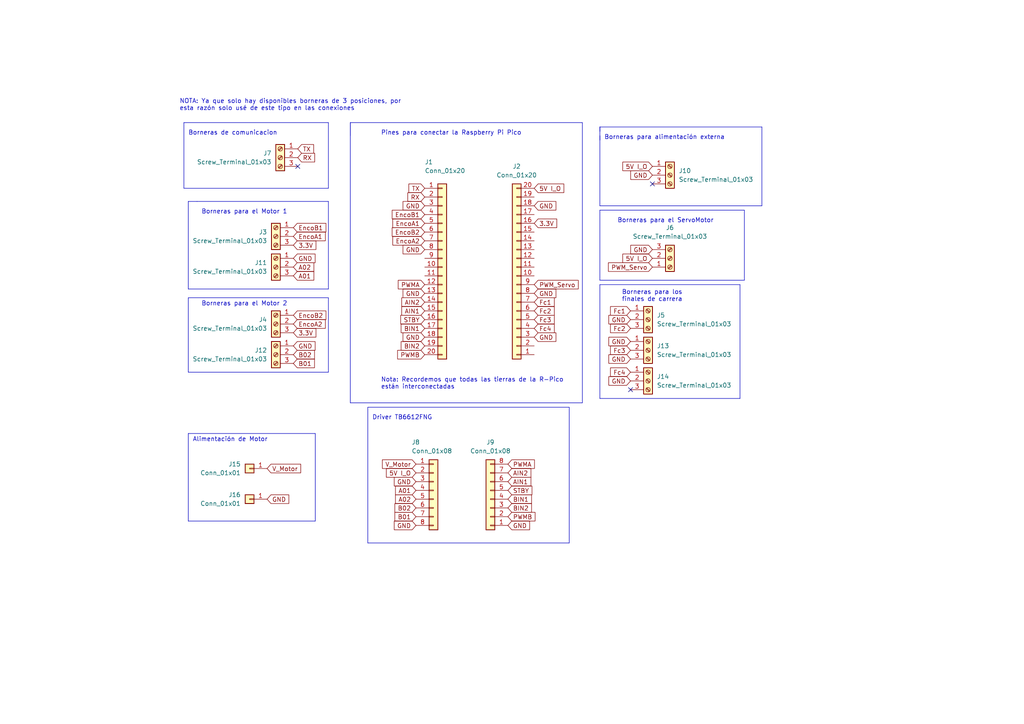
<source format=kicad_sch>
(kicad_sch (version 20230121) (generator eeschema)
  (paper "A4")
  (lib_symbols
    (symbol "Connector:Screw_Terminal_01x03" (pin_names (offset 1.016) hide)
      (property "Reference" "J" (at 0 5.08 0))
      (property "Value" "Screw_Terminal_01x03" (at 0 -5.08 0))
      (symbol "Screw_Terminal_01x03_1_1"
        (rectangle (start -1.27 3.81) (end 1.27 -3.81) (stroke (width 0.254)) (fill (type background)))
        (circle (center 0 -2.54) (radius 0.635) (stroke (width 0.1524)))
        (polyline (pts (xy -0.5334 -2.2098) (xy 0.3302 -3.048)) (stroke (width 0.1524)))
        (polyline (pts (xy -0.5334 0.3302) (xy 0.3302 -0.508)) (stroke (width 0.1524)))
        (polyline (pts (xy -0.5334 2.8702) (xy 0.3302 2.032)) (stroke (width 0.1524)))
        (polyline (pts (xy -0.3556 -2.032) (xy 0.508 -2.8702)) (stroke (width 0.1524)))
        (polyline (pts (xy -0.3556 0.508) (xy 0.508 -0.3302)) (stroke (width 0.1524)))
        (polyline (pts (xy -0.3556 3.048) (xy 0.508 2.2098)) (stroke (width 0.1524)))
        (circle (center 0 0) (radius 0.635) (stroke (width 0.1524)))
        (circle (center 0 2.54) (radius 0.635) (stroke (width 0.1524)))
        (pin passive line (at -5.08 2.54 0) (length 3.81) (name "Pin_1") (number "1"))
        (pin passive line (at -5.08 0 0) (length 3.81) (name "Pin_2") (number "2"))
        (pin passive line (at -5.08 -2.54 0) (length 3.81) (name "Pin_3") (number "3"))
      )
    )
    (symbol "Connector_Generic:Conn_01x01" (pin_names (offset 1.016) hide)
      (property "Reference" "J" (at 0 2.54 0))
      (property "Value" "Conn_01x01" (at 0 -2.54 0))
      (symbol "Conn_01x01_1_1"
        (rectangle (start -1.27 0.127) (end 0 -0.127) (stroke (width 0.1524)))
        (rectangle (start -1.27 1.27) (end 1.27 -1.27) (stroke (width 0.254)) (fill (type background)))
        (pin passive line (at -5.08 0 0) (length 3.81) (name "Pin_1") (number "1"))
      )
    )
    (symbol "Connector_Generic:Conn_01x08" (pin_names (offset 1.016) hide)
      (property "Reference" "J" (at 0 10.16 0))
      (property "Value" "Conn_01x08" (at 0 -12.7 0))
      (symbol "Conn_01x08_1_1"
        (rectangle (start -1.27 -10.033) (end 0 -10.287) (stroke (width 0.1524)))
        (rectangle (start -1.27 -7.493) (end 0 -7.747) (stroke (width 0.1524)))
        (rectangle (start -1.27 -4.953) (end 0 -5.207) (stroke (width 0.1524)))
        (rectangle (start -1.27 -2.413) (end 0 -2.667) (stroke (width 0.1524)))
        (rectangle (start -1.27 0.127) (end 0 -0.127) (stroke (width 0.1524)))
        (rectangle (start -1.27 2.667) (end 0 2.413) (stroke (width 0.1524)))
        (rectangle (start -1.27 5.207) (end 0 4.953) (stroke (width 0.1524)))
        (rectangle (start -1.27 7.747) (end 0 7.493) (stroke (width 0.1524)))
        (rectangle (start -1.27 8.89) (end 1.27 -11.43) (stroke (width 0.254)) (fill (type background)))
        (pin passive line (at -5.08 7.62 0) (length 3.81) (name "Pin_1") (number "1"))
        (pin passive line (at -5.08 5.08 0) (length 3.81) (name "Pin_2") (number "2"))
        (pin passive line (at -5.08 2.54 0) (length 3.81) (name "Pin_3") (number "3"))
        (pin passive line (at -5.08 0 0) (length 3.81) (name "Pin_4") (number "4"))
        (pin passive line (at -5.08 -2.54 0) (length 3.81) (name "Pin_5") (number "5"))
        (pin passive line (at -5.08 -5.08 0) (length 3.81) (name "Pin_6") (number "6"))
        (pin passive line (at -5.08 -7.62 0) (length 3.81) (name "Pin_7") (number "7"))
        (pin passive line (at -5.08 -10.16 0) (length 3.81) (name "Pin_8") (number "8"))
      )
    )
    (symbol "Connector_Generic:Conn_01x20" (pin_names (offset 1.016) hide)
      (property "Reference" "J" (at 0 25.4 0))
      (property "Value" "Conn_01x20" (at 0 -27.94 0))
      (symbol "Conn_01x20_1_1"
        (rectangle (start -1.27 -25.273) (end 0 -25.527) (stroke (width 0.1524)))
        (rectangle (start -1.27 -22.733) (end 0 -22.987) (stroke (width 0.1524)))
        (rectangle (start -1.27 -20.193) (end 0 -20.447) (stroke (width 0.1524)))
        (rectangle (start -1.27 -17.653) (end 0 -17.907) (stroke (width 0.1524)))
        (rectangle (start -1.27 -15.113) (end 0 -15.367) (stroke (width 0.1524)))
        (rectangle (start -1.27 -12.573) (end 0 -12.827) (stroke (width 0.1524)))
        (rectangle (start -1.27 -10.033) (end 0 -10.287) (stroke (width 0.1524)))
        (rectangle (start -1.27 -7.493) (end 0 -7.747) (stroke (width 0.1524)))
        (rectangle (start -1.27 -4.953) (end 0 -5.207) (stroke (width 0.1524)))
        (rectangle (start -1.27 -2.413) (end 0 -2.667) (stroke (width 0.1524)))
        (rectangle (start -1.27 0.127) (end 0 -0.127) (stroke (width 0.1524)))
        (rectangle (start -1.27 2.667) (end 0 2.413) (stroke (width 0.1524)))
        (rectangle (start -1.27 5.207) (end 0 4.953) (stroke (width 0.1524)))
        (rectangle (start -1.27 7.747) (end 0 7.493) (stroke (width 0.1524)))
        (rectangle (start -1.27 10.287) (end 0 10.033) (stroke (width 0.1524)))
        (rectangle (start -1.27 12.827) (end 0 12.573) (stroke (width 0.1524)))
        (rectangle (start -1.27 15.367) (end 0 15.113) (stroke (width 0.1524)))
        (rectangle (start -1.27 17.907) (end 0 17.653) (stroke (width 0.1524)))
        (rectangle (start -1.27 20.447) (end 0 20.193) (stroke (width 0.1524)))
        (rectangle (start -1.27 22.987) (end 0 22.733) (stroke (width 0.1524)))
        (rectangle (start -1.27 24.13) (end 1.27 -26.67) (stroke (width 0.254)) (fill (type background)))
        (pin passive line (at -5.08 22.86 0) (length 3.81) (name "Pin_1") (number "1"))
        (pin passive line (at -5.08 0 0) (length 3.81) (name "Pin_10") (number "10"))
        (pin passive line (at -5.08 -2.54 0) (length 3.81) (name "Pin_11") (number "11"))
        (pin passive line (at -5.08 -5.08 0) (length 3.81) (name "Pin_12") (number "12"))
        (pin passive line (at -5.08 -7.62 0) (length 3.81) (name "Pin_13") (number "13"))
        (pin passive line (at -5.08 -10.16 0) (length 3.81) (name "Pin_14") (number "14"))
        (pin passive line (at -5.08 -12.7 0) (length 3.81) (name "Pin_15") (number "15"))
        (pin passive line (at -5.08 -15.24 0) (length 3.81) (name "Pin_16") (number "16"))
        (pin passive line (at -5.08 -17.78 0) (length 3.81) (name "Pin_17") (number "17"))
        (pin passive line (at -5.08 -20.32 0) (length 3.81) (name "Pin_18") (number "18"))
        (pin passive line (at -5.08 -22.86 0) (length 3.81) (name "Pin_19") (number "19"))
        (pin passive line (at -5.08 20.32 0) (length 3.81) (name "Pin_2") (number "2"))
        (pin passive line (at -5.08 -25.4 0) (length 3.81) (name "Pin_20") (number "20"))
        (pin passive line (at -5.08 17.78 0) (length 3.81) (name "Pin_3") (number "3"))
        (pin passive line (at -5.08 15.24 0) (length 3.81) (name "Pin_4") (number "4"))
        (pin passive line (at -5.08 12.7 0) (length 3.81) (name "Pin_5") (number "5"))
        (pin passive line (at -5.08 10.16 0) (length 3.81) (name "Pin_6") (number "6"))
        (pin passive line (at -5.08 7.62 0) (length 3.81) (name "Pin_7") (number "7"))
        (pin passive line (at -5.08 5.08 0) (length 3.81) (name "Pin_8") (number "8"))
        (pin passive line (at -5.08 2.54 0) (length 3.81) (name "Pin_9") (number "9"))
      )
    )
  )
  (no_connect (at 86.36 48.26))
  (no_connect (at 182.88 113.03))
  (no_connect (at 189.23 53.34))
  (polyline (pts (xy 165.1 118.11) (xy 165.1 157.48)))
  (polyline (pts (xy 53.34 35.56) (xy 53.34 54.61)))
  (polyline (pts (xy 91.44 151.13) (xy 91.44 125.73)))
  (polyline (pts (xy 54.61 125.73) (xy 54.61 151.13)))
  (polyline (pts (xy 54.61 151.13) (xy 91.44 151.13)))
  (polyline (pts (xy 95.25 58.42) (xy 95.25 83.82)))
  (polyline (pts (xy 54.61 86.36) (xy 95.25 86.36)))
  (polyline (pts (xy 214.63 82.55) (xy 214.63 115.57)))
  (polyline (pts (xy 214.63 115.57) (xy 173.99 115.57)))
  (polyline (pts (xy 95.25 83.82) (xy 54.61 83.82)))
  (polyline (pts (xy 95.25 54.61) (xy 95.25 35.56)))
  (polyline (pts (xy 95.25 86.36) (xy 95.25 107.95)))
  (polyline (pts (xy 101.6 35.56) (xy 101.6 116.84)))
  (polyline (pts (xy 220.98 36.83) (xy 173.99 36.83)))
  (polyline (pts (xy 106.68 157.48) (xy 165.1 157.48)))
  (polyline (pts (xy 173.99 82.55) (xy 173.99 115.57)))
  (polyline (pts (xy 95.25 35.56) (xy 53.34 35.56)))
  (polyline (pts (xy 168.91 116.84) (xy 168.91 35.56)))
  (polyline (pts (xy 173.99 39.37) (xy 173.99 59.69)))
  (polyline (pts (xy 57.15 58.42) (xy 95.25 58.42)))
  (polyline (pts (xy 215.9 60.96) (xy 215.9 81.28)))
  (polyline (pts (xy 173.99 60.96) (xy 215.9 60.96)))
  (polyline (pts (xy 101.6 35.56) (xy 101.6 39.37)))
  (polyline (pts (xy 101.6 116.84) (xy 168.91 116.84)))
  (polyline (pts (xy 106.68 118.11) (xy 165.1 118.11)))
  (polyline (pts (xy 54.61 58.42) (xy 54.61 83.82)))
  (polyline (pts (xy 106.68 157.48) (xy 106.68 118.11)))
  (polyline (pts (xy 173.99 82.55) (xy 214.63 82.55)))
  (polyline (pts (xy 168.91 35.56) (xy 101.6 35.56)))
  (polyline (pts (xy 173.99 36.83) (xy 173.99 38.1)))
  (polyline (pts (xy 173.99 60.96) (xy 173.99 81.28)))
  (polyline (pts (xy 95.25 107.95) (xy 54.61 107.95)))
  (polyline (pts (xy 220.98 59.69) (xy 220.98 36.83)))
  (polyline (pts (xy 215.9 81.28) (xy 173.99 81.28)))
  (polyline (pts (xy 53.34 54.61) (xy 95.25 54.61)))
  (polyline (pts (xy 173.99 36.83) (xy 173.99 40.64)))
  (polyline (pts (xy 54.61 86.36) (xy 54.61 107.95)))
  (polyline (pts (xy 54.61 58.42) (xy 57.15 58.42)))
  (polyline (pts (xy 54.61 125.73) (xy 91.44 125.73)))
  (polyline (pts (xy 173.99 59.69) (xy 220.98 59.69)))
  (text "Nota: Recordemos que todas las tierras de la R-Pico \nestán interconectadas\n" (at 110.49 113.03 0) (effects (font (size 1.27 1.27)) (justify left bottom)))
  (text "Alimentación de Motor" (at 55.88 128.27 0) (effects (font (size 1.27 1.27)) (justify left bottom)))
  (text "Borneras para el ServoMotor\n" (at 179.07 64.77 0) (effects (font (size 1.27 1.27)) (justify left bottom)))
  (text "Borneras de comunicacion\n" (at 54.61 39.37 0) (effects (font (size 1.27 1.27)) (justify left bottom)))
  (text "Borneras para el Motor 1\n" (at 58.42 62.23 0) (effects (font (size 1.27 1.27)) (justify left bottom)))
  (text "Driver TB6612FNG\n" (at 107.95 121.92 0) (effects (font (size 1.27 1.27)) (justify left bottom)))
  (text "Pines para conectar la Raspberry Pi Pico\n" (at 110.49 39.37 0) (effects (font (size 1.27 1.27)) (justify left bottom)))
  (text "Borneras para el Motor 2\n" (at 58.42 88.9 0) (effects (font (size 1.27 1.27)) (justify left bottom)))
  (text "Borneras para los \nfinales de carrera\n" (at 180.34 87.63 0) (effects (font (size 1.27 1.27)) (justify left bottom)))
  (text "Borneras para alimentación externa\n" (at 175.26 40.64 0) (effects (font (size 1.27 1.27)) (justify left bottom)))
  (text "NOTA: Ya que solo hay disponibles borneras de 3 posiciones, por \nesta razón solo usé de este tipo en las conexiones\n " (at 52.07 34.29 0) (effects (font (size 1.27 1.27)) (justify left bottom)))
  (global_label "GND" (shape input) (at 147.32 152.4 0) (property "Intersheetrefs" "${INTERSHEET_REFS}" (effects hide)))
  (global_label "GND" (shape input) (at 85.09 74.93 0) (property "Intersheetrefs" "${INTERSHEET_REFS}" (effects hide)))
  (global_label "GND" (shape input) (at 120.65 152.4 180) (property "Intersheetrefs" "${INTERSHEET_REFS}" (effects hide)))
  (global_label "PWMA" (shape input) (at 147.32 134.62 0) (property "Intersheetrefs" "${INTERSHEET_REFS}" (effects hide)))
  (global_label "STBY" (shape input) (at 147.32 142.24 0) (property "Intersheetrefs" "${INTERSHEET_REFS}" (effects hide)))
  (global_label "BIN1" (shape input) (at 123.19 95.25 180) (property "Intersheetrefs" "${INTERSHEET_REFS}" (effects hide)))
  (global_label "A02" (shape input) (at 85.09 77.47 0) (property "Intersheetrefs" "${INTERSHEET_REFS}" (effects hide)))
  (global_label "EncoB1" (shape input) (at 85.09 66.04 0) (property "Intersheetrefs" "${INTERSHEET_REFS}" (effects hide)))
  (global_label "GND" (shape input) (at 182.88 104.14 180) (property "Intersheetrefs" "${INTERSHEET_REFS}" (effects hide)))
  (global_label "STBY" (shape input) (at 123.19 92.71 180) (property "Intersheetrefs" "${INTERSHEET_REFS}" (effects hide)))
  (global_label "GND" (shape input) (at 154.94 59.69 0) (property "Intersheetrefs" "${INTERSHEET_REFS}" (effects hide)))
  (global_label "3.3V" (shape input) (at 85.09 71.12 0) (property "Intersheetrefs" "${INTERSHEET_REFS}" (effects hide)))
  (global_label "EncoA1" (shape input) (at 123.19 64.77 180) (property "Intersheetrefs" "${INTERSHEET_REFS}" (effects hide)))
  (global_label "3.3V" (shape input) (at 85.09 96.52 0) (property "Intersheetrefs" "${INTERSHEET_REFS}" (effects hide)))
  (global_label "B01" (shape input) (at 120.65 149.86 180) (property "Intersheetrefs" "${INTERSHEET_REFS}" (effects hide)))
  (global_label "AIN2" (shape input) (at 123.19 87.63 180) (property "Intersheetrefs" "${INTERSHEET_REFS}" (effects hide)))
  (global_label "RX" (shape input) (at 123.19 57.15 180) (property "Intersheetrefs" "${INTERSHEET_REFS}" (effects hide)))
  (global_label "EncoA2" (shape input) (at 123.19 69.85 180) (property "Intersheetrefs" "${INTERSHEET_REFS}" (effects hide)))
  (global_label "5V I_O" (shape input) (at 154.94 54.61 0) (property "Intersheetrefs" "${INTERSHEET_REFS}" (effects hide)))
  (global_label "TX" (shape input) (at 123.19 54.61 180) (property "Intersheetrefs" "${INTERSHEET_REFS}" (effects hide)))
  (global_label "AIN1" (shape input) (at 147.32 139.7 0) (property "Intersheetrefs" "${INTERSHEET_REFS}" (effects hide)))
  (global_label "PWMB" (shape input) (at 123.19 102.87 180) (property "Intersheetrefs" "${INTERSHEET_REFS}" (effects hide)))
  (global_label "BIN2" (shape input) (at 123.19 100.33 180) (property "Intersheetrefs" "${INTERSHEET_REFS}" (effects hide)))
  (global_label "Fc2" (shape input) (at 182.88 95.25 180) (property "Intersheetrefs" "${INTERSHEET_REFS}" (effects hide)))
  (global_label "GND" (shape input) (at 123.19 72.39 180) (property "Intersheetrefs" "${INTERSHEET_REFS}" (effects hide)))
  (global_label "PWMA" (shape input) (at 123.19 82.55 180) (property "Intersheetrefs" "${INTERSHEET_REFS}" (effects hide)))
  (global_label "PWMB" (shape input) (at 147.32 149.86 0) (property "Intersheetrefs" "${INTERSHEET_REFS}" (effects hide)))
  (global_label "A02" (shape input) (at 120.65 144.78 180) (property "Intersheetrefs" "${INTERSHEET_REFS}" (effects hide)))
  (global_label "GND" (shape input) (at 189.23 50.8 180) (property "Intersheetrefs" "${INTERSHEET_REFS}" (effects hide)))
  (global_label "5V I_O" (shape input) (at 120.65 137.16 180) (property "Intersheetrefs" "${INTERSHEET_REFS}" (effects hide)))
  (global_label "A01" (shape input) (at 85.09 80.01 0) (property "Intersheetrefs" "${INTERSHEET_REFS}" (effects hide)))
  (global_label "GND" (shape input) (at 154.94 97.79 0) (property "Intersheetrefs" "${INTERSHEET_REFS}" (effects hide)))
  (global_label "B01" (shape input) (at 85.09 105.41 0) (property "Intersheetrefs" "${INTERSHEET_REFS}" (effects hide)))
  (global_label "GND" (shape input) (at 85.09 100.33 0) (property "Intersheetrefs" "${INTERSHEET_REFS}" (effects hide)))
  (global_label "GND" (shape input) (at 120.65 139.7 180) (property "Intersheetrefs" "${INTERSHEET_REFS}" (effects hide)))
  (global_label "GND" (shape input) (at 123.19 97.79 180) (property "Intersheetrefs" "${INTERSHEET_REFS}" (effects hide)))
  (global_label "GND" (shape input) (at 77.47 144.78 0) (property "Intersheetrefs" "${INTERSHEET_REFS}" (effects hide)))
  (global_label "TX" (shape input) (at 86.36 43.18 0) (property "Intersheetrefs" "${INTERSHEET_REFS}" (effects hide)))
  (global_label "EncoA2" (shape input) (at 85.09 93.98 0) (property "Intersheetrefs" "${INTERSHEET_REFS}" (effects hide)))
  (global_label "A01" (shape input) (at 120.65 142.24 180) (property "Intersheetrefs" "${INTERSHEET_REFS}" (effects hide)))
  (global_label "GND" (shape input) (at 154.94 85.09 0) (property "Intersheetrefs" "${INTERSHEET_REFS}" (effects hide)))
  (global_label "5V I_O" (shape input) (at 189.23 74.93 180) (property "Intersheetrefs" "${INTERSHEET_REFS}" (effects hide)))
  (global_label "3.3V" (shape input) (at 154.94 64.77 0) (property "Intersheetrefs" "${INTERSHEET_REFS}" (effects hide)))
  (global_label "Fc4" (shape input) (at 182.88 107.95 180) (property "Intersheetrefs" "${INTERSHEET_REFS}" (effects hide)))
  (global_label "GND" (shape input) (at 123.19 85.09 180) (property "Intersheetrefs" "${INTERSHEET_REFS}" (effects hide)))
  (global_label "GND" (shape input) (at 123.19 59.69 180) (property "Intersheetrefs" "${INTERSHEET_REFS}" (effects hide)))
  (global_label "Fc1" (shape input) (at 154.94 87.63 0) (property "Intersheetrefs" "${INTERSHEET_REFS}" (effects hide)))
  (global_label "EncoB2" (shape input) (at 85.09 91.44 0) (property "Intersheetrefs" "${INTERSHEET_REFS}" (effects hide)))
  (global_label "B02" (shape input) (at 120.65 147.32 180) (property "Intersheetrefs" "${INTERSHEET_REFS}" (effects hide)))
  (global_label "Fc3" (shape input) (at 154.94 92.71 0) (property "Intersheetrefs" "${INTERSHEET_REFS}" (effects hide)))
  (global_label "BIN1" (shape input) (at 147.32 144.78 0) (property "Intersheetrefs" "${INTERSHEET_REFS}" (effects hide)))
  (global_label "GND" (shape input) (at 182.88 110.49 180) (property "Intersheetrefs" "${INTERSHEET_REFS}" (effects hide)))
  (global_label "EncoB1" (shape input) (at 123.19 62.23 180) (property "Intersheetrefs" "${INTERSHEET_REFS}" (effects hide)))
  (global_label "GND" (shape input) (at 182.88 99.06 180) (property "Intersheetrefs" "${INTERSHEET_REFS}" (effects hide)))
  (global_label "B02" (shape input) (at 85.09 102.87 0) (property "Intersheetrefs" "${INTERSHEET_REFS}" (effects hide)))
  (global_label "PWM_Servo" (shape input) (at 189.23 77.47 180) (property "Intersheetrefs" "${INTERSHEET_REFS}" (effects hide)))
  (global_label "BIN2" (shape input) (at 147.32 147.32 0) (property "Intersheetrefs" "${INTERSHEET_REFS}" (effects hide)))
  (global_label "5V I_O" (shape input) (at 189.23 48.26 180) (property "Intersheetrefs" "${INTERSHEET_REFS}" (effects hide)))
  (global_label "AIN2" (shape input) (at 147.32 137.16 0) (property "Intersheetrefs" "${INTERSHEET_REFS}" (effects hide)))
  (global_label "GND" (shape input) (at 182.88 92.71 180) (property "Intersheetrefs" "${INTERSHEET_REFS}" (effects hide)))
  (global_label "EncoA1" (shape input) (at 85.09 68.58 0) (property "Intersheetrefs" "${INTERSHEET_REFS}" (effects hide)))
  (global_label "RX" (shape input) (at 86.36 45.72 0) (property "Intersheetrefs" "${INTERSHEET_REFS}" (effects hide)))
  (global_label "Fc4" (shape input) (at 154.94 95.25 0) (property "Intersheetrefs" "${INTERSHEET_REFS}" (effects hide)))
  (global_label "Fc3" (shape input) (at 182.88 101.6 180) (property "Intersheetrefs" "${INTERSHEET_REFS}" (effects hide)))
  (global_label "EncoB2" (shape input) (at 123.19 67.31 180) (property "Intersheetrefs" "${INTERSHEET_REFS}" (effects hide)))
  (global_label "V_Motor" (shape input) (at 77.47 135.89 0) (property "Intersheetrefs" "${INTERSHEET_REFS}" (effects hide)))
  (global_label "Fc1" (shape input) (at 182.88 90.17 180) (property "Intersheetrefs" "${INTERSHEET_REFS}" (effects hide)))
  (global_label "V_Motor" (shape input) (at 120.65 134.62 180) (property "Intersheetrefs" "${INTERSHEET_REFS}" (effects hide)))
  (global_label "AIN1" (shape input) (at 123.19 90.17 180) (property "Intersheetrefs" "${INTERSHEET_REFS}" (effects hide)))
  (global_label "PWM_Servo" (shape input) (at 154.94 82.55 0) (property "Intersheetrefs" "${INTERSHEET_REFS}" (effects hide)))
  (global_label "GND" (shape input) (at 189.23 72.39 180) (property "Intersheetrefs" "${INTERSHEET_REFS}" (effects hide)))
  (global_label "Fc2" (shape input) (at 154.94 90.17 0) (property "Intersheetrefs" "${INTERSHEET_REFS}" (effects hide)))
  (symbol (lib_id "Connector_Generic:Conn_01x20") (at 128.27 77.47 0) (unit 1)
    (property "Reference" "J1" (at 123.19 46.99 0) (effects (justify left)))
    (property "Value" "Conn_01x20" (at 123.19 49.53 0) (effects (justify left)))
    (property "Footprint" "Connector_PinSocket_2.54mm:PinSocket_1x20_P2.54mm_Vertical" (effects hide))
  )
  (symbol (lib_id "Connector_Generic:Conn_01x01") (at 72.39 144.78 0) (mirror y) (unit 1)
    (property "Reference" "J16" (at 69.85 143.51 0) (effects (justify left)))
    (property "Value" "Conn_01x01" (at 69.85 146.05 0) (effects (justify left)))
    (property "Footprint" "Connector_PinHeader_2.54mm:PinHeader_1x01_P2.54mm_Vertical" (effects hide))
  )
  (symbol (lib_id "Connector:Screw_Terminal_01x03") (at 187.96 101.6 0) (unit 1)
    (property "Reference" "J13" (at 190.5 100.33 0) (effects (justify left)))
    (property "Value" "Screw_Terminal_01x03" (at 190.5 102.87 0) (effects (justify left)))
    (property "Footprint" "Connector_Phoenix_MSTB:PhoenixContact_MSTBVA_2,5_3-G_1x03_P5.00mm_Vertical" (effects hide))
  )
  (symbol (lib_id "Connector_Generic:Conn_01x20") (at 149.86 80.01 180) (unit 1)
    (property "Reference" "J2" (at 149.86 48.26 0))
    (property "Value" "Conn_01x20" (at 149.86 50.8 0))
    (property "Footprint" "Connector_PinSocket_2.54mm:PinSocket_1x20_P2.54mm_Vertical" (effects hide))
  )
  (symbol (lib_id "Connector_Generic:Conn_01x08") (at 142.24 144.78 180) (unit 1)
    (property "Reference" "J9" (at 142.24 128.27 0))
    (property "Value" "Conn_01x08" (at 142.24 130.81 0))
    (property "Footprint" "Connector_PinSocket_2.54mm:PinSocket_1x08_P2.54mm_Vertical" (effects hide))
  )
  (symbol (lib_id "Connector_Generic:Conn_01x01") (at 72.39 135.89 0) (mirror y) (unit 1)
    (property "Reference" "J15" (at 69.85 134.62 0) (effects (justify left)))
    (property "Value" "Conn_01x01" (at 69.85 137.16 0) (effects (justify left)))
    (property "Footprint" "Connector_PinHeader_2.54mm:PinHeader_1x01_P2.54mm_Vertical" (effects hide))
  )
  (symbol (lib_id "Connector:Screw_Terminal_01x03") (at 80.01 77.47 0) (mirror y) (unit 1)
    (property "Reference" "J11" (at 77.47 76.2 0) (effects (justify left)))
    (property "Value" "Screw_Terminal_01x03" (at 77.47 78.74 0) (effects (justify left)))
    (property "Footprint" "Connector_Phoenix_MSTB:PhoenixContact_MSTBVA_2,5_3-G_1x03_P5.00mm_Vertical" (effects hide))
  )
  (symbol (lib_id "Connector:Screw_Terminal_01x03") (at 80.01 93.98 0) (mirror y) (unit 1)
    (property "Reference" "J4" (at 77.47 92.71 0) (effects (justify left)))
    (property "Value" "Screw_Terminal_01x03" (at 77.47 95.25 0) (effects (justify left)))
    (property "Footprint" "Connector_Phoenix_MSTB:PhoenixContact_MSTBVA_2,5_3-G_1x03_P5.00mm_Vertical" (effects hide))
  )
  (symbol (lib_id "Connector_Generic:Conn_01x08") (at 125.73 142.24 0) (unit 1)
    (property "Reference" "J8" (at 119.38 128.27 0) (effects (justify left)))
    (property "Value" "Conn_01x08" (at 119.38 130.81 0) (effects (justify left)))
    (property "Footprint" "Connector_PinSocket_2.54mm:PinSocket_1x08_P2.54mm_Vertical" (effects hide))
  )
  (symbol (lib_id "Connector:Screw_Terminal_01x03") (at 187.96 110.49 0) (unit 1)
    (property "Reference" "J14" (at 190.5 109.22 0) (effects (justify left)))
    (property "Value" "Screw_Terminal_01x03" (at 190.5 111.76 0) (effects (justify left)))
    (property "Footprint" "Connector_Phoenix_MSTB:PhoenixContact_MSTBVA_2,5_3-G_1x03_P5.00mm_Vertical" (effects hide))
  )
  (symbol (lib_id "Connector:Screw_Terminal_01x03") (at 81.28 45.72 0) (mirror y) (unit 1)
    (property "Reference" "J7" (at 78.74 44.45 0) (effects (justify left)))
    (property "Value" "Screw_Terminal_01x03" (at 78.74 46.99 0) (effects (justify left)))
    (property "Footprint" "Connector_Phoenix_MSTB:PhoenixContact_MSTBVA_2,5_3-G_1x03_P5.00mm_Vertical" (effects hide))
  )
  (symbol (lib_id "Connector:Screw_Terminal_01x03") (at 194.31 74.93 0) (mirror x) (unit 1)
    (property "Reference" "J6" (at 194.31 66.04 0))
    (property "Value" "Screw_Terminal_01x03" (at 194.31 68.58 0))
    (property "Footprint" "Connector_Phoenix_MSTB:PhoenixContact_MSTBVA_2,5_3-G_1x03_P5.00mm_Vertical" (effects hide))
  )
  (symbol (lib_id "Connector:Screw_Terminal_01x03") (at 80.01 102.87 0) (mirror y) (unit 1)
    (property "Reference" "J12" (at 77.47 101.6 0) (effects (justify left)))
    (property "Value" "Screw_Terminal_01x03" (at 77.47 104.14 0) (effects (justify left)))
    (property "Footprint" "Connector_Phoenix_MSTB:PhoenixContact_MSTBVA_2,5_3-G_1x03_P5.00mm_Vertical" (effects hide))
  )
  (symbol (lib_id "Connector:Screw_Terminal_01x03") (at 194.31 50.8 0) (unit 1)
    (property "Reference" "J10" (at 196.85 49.53 0) (effects (justify left)))
    (property "Value" "Screw_Terminal_01x03" (at 196.85 52.07 0) (effects (justify left)))
    (property "Footprint" "Connector_Phoenix_MSTB:PhoenixContact_MSTBVA_2,5_3-G_1x03_P5.00mm_Vertical" (effects hide))
  )
  (symbol (lib_id "Connector:Screw_Terminal_01x03") (at 187.96 92.71 0) (unit 1)
    (property "Reference" "J5" (at 190.5 91.44 0) (effects (justify left)))
    (property "Value" "Screw_Terminal_01x03" (at 190.5 93.98 0) (effects (justify left)))
    (property "Footprint" "Connector_Phoenix_MSTB:PhoenixContact_MSTBVA_2,5_3-G_1x03_P5.00mm_Vertical" (effects hide))
  )
  (symbol (lib_id "Connector:Screw_Terminal_01x03") (at 80.01 68.58 0) (mirror y) (unit 1)
    (property "Reference" "J3" (at 77.47 67.31 0) (effects (justify left)))
    (property "Value" "Screw_Terminal_01x03" (at 77.47 69.85 0) (effects (justify left)))
    (property "Footprint" "Connector_Phoenix_MSTB:PhoenixContact_MSTBVA_2,5_3-G_1x03_P5.00mm_Vertical" (effects hide))
  )
)
</source>
